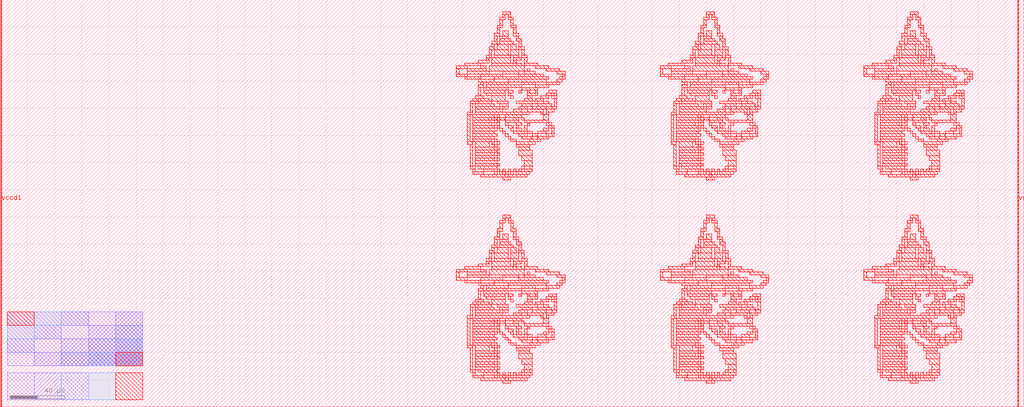
<source format=lef>
VERSION 5.7 ;
  NOWIREEXTENSIONATPIN ON ;
  DIVIDERCHAR "/" ;
  BUSBITCHARS "[]" ;
MACRO Art
  CLASS BLOCK ;
  FOREIGN Art ;
  ORIGIN -0.200 0.000 ;
  SIZE 753.320 BY 300.000 ;
  PIN vccd1
    DIRECTION INPUT ;
    USE POWER ;
    PORT
      LAYER met4 ;
        RECT 0.20000 0.00000 1.00000 300.00000 ;
    END
  END vccd1
  PIN vssd1
    DIRECTION INPUT ;
    USE GROUND ;
    PORT
      LAYER met4 ;
        RECT 749.00000 0.00000 749.80000 300.00000 ;
    END
  END vssd1
  OBS
      LAYER li1 ;
        RECT 5.000 30.000 105.000 70.000 ;
        RECT 5.000 5.000 25.000 25.000 ;
      LAYER met1 ;
        RECT 85.000 60.000 105.000 70.120 ;
        RECT 65.000 50.000 105.000 60.000 ;
        RECT 45.000 40.000 105.000 50.000 ;
        RECT 25.000 30.120 105.000 40.000 ;
        RECT 25.000 30.000 85.000 30.120 ;
        RECT 25.000 5.000 45.000 25.000 ;
      LAYER met2 ;
        RECT 45.000 60.000 65.000 70.000 ;
        RECT 25.000 50.000 45.000 60.000 ;
        RECT 85.000 50.000 105.000 60.000 ;
        RECT 5.000 40.000 25.000 50.000 ;
        RECT 65.000 40.000 105.000 50.000 ;
        RECT 45.000 30.000 105.000 40.000 ;
        RECT 45.000 5.000 65.000 25.000 ;
      LAYER met3 ;
        RECT 25.000 60.000 45.000 70.000 ;
        RECT 5.000 50.000 25.000 60.000 ;
        RECT 85.000 40.000 105.000 50.000 ;
        RECT 65.000 30.000 105.000 40.000 ;
        RECT 65.000 5.000 85.000 25.000 ;
      LAYER met4 ;
        RECT 0.200 0.000 1.000 300.000 ;
        RECT 369.830 289.290 375.830 291.290 ;
        RECT 369.830 287.290 371.830 289.290 ;
        RECT 367.830 285.290 371.830 287.290 ;
        RECT 373.830 287.290 375.830 289.290 ;
        RECT 519.830 289.290 525.830 291.290 ;
        RECT 519.830 287.290 521.830 289.290 ;
        RECT 373.830 285.290 377.830 287.290 ;
        RECT 367.830 281.290 369.830 285.290 ;
        RECT 365.830 279.290 369.830 281.290 ;
        RECT 375.830 281.290 377.830 285.290 ;
        RECT 517.830 285.290 521.830 287.290 ;
        RECT 523.830 287.290 525.830 289.290 ;
        RECT 669.830 289.290 675.830 291.290 ;
        RECT 669.830 287.290 671.830 289.290 ;
        RECT 523.830 285.290 527.830 287.290 ;
        RECT 517.830 281.290 519.830 285.290 ;
        RECT 375.830 279.290 379.830 281.290 ;
        RECT 365.830 275.290 367.830 279.290 ;
        RECT 363.830 273.290 367.830 275.290 ;
        RECT 369.830 273.290 373.830 277.290 ;
        RECT 377.830 275.290 379.830 279.290 ;
        RECT 515.830 279.290 519.830 281.290 ;
        RECT 525.830 281.290 527.830 285.290 ;
        RECT 667.830 285.290 671.830 287.290 ;
        RECT 673.830 287.290 675.830 289.290 ;
        RECT 673.830 285.290 677.830 287.290 ;
        RECT 667.830 281.290 669.830 285.290 ;
        RECT 525.830 279.290 529.830 281.290 ;
        RECT 515.830 275.290 517.830 279.290 ;
        RECT 377.830 273.290 381.830 275.290 ;
        RECT 363.830 269.290 365.830 273.290 ;
        RECT 361.830 267.290 365.830 269.290 ;
        RECT 367.830 271.290 373.830 273.290 ;
        RECT 379.830 271.290 381.830 273.290 ;
        RECT 513.830 273.290 517.830 275.290 ;
        RECT 519.830 273.290 523.830 277.290 ;
        RECT 527.830 275.290 529.830 279.290 ;
        RECT 665.830 279.290 669.830 281.290 ;
        RECT 675.830 281.290 677.830 285.290 ;
        RECT 675.830 279.290 679.830 281.290 ;
        RECT 665.830 275.290 667.830 279.290 ;
        RECT 527.830 273.290 531.830 275.290 ;
        RECT 367.830 269.290 375.830 271.290 ;
        RECT 379.830 269.290 383.830 271.290 ;
        RECT 513.830 269.290 515.830 273.290 ;
        RECT 367.830 267.290 377.830 269.290 ;
        RECT 361.830 265.290 363.830 267.290 ;
        RECT 359.830 263.290 363.830 265.290 ;
        RECT 365.830 263.290 373.830 267.290 ;
        RECT 359.830 259.290 361.830 263.290 ;
        RECT 357.830 257.290 361.830 259.290 ;
        RECT 363.830 259.290 373.830 263.290 ;
        RECT 375.830 263.290 379.830 267.290 ;
        RECT 381.830 265.290 383.830 269.290 ;
        RECT 511.830 267.290 515.830 269.290 ;
        RECT 517.830 271.290 523.830 273.290 ;
        RECT 529.830 271.290 531.830 273.290 ;
        RECT 663.830 273.290 667.830 275.290 ;
        RECT 669.830 273.290 673.830 277.290 ;
        RECT 677.830 275.290 679.830 279.290 ;
        RECT 677.830 273.290 681.830 275.290 ;
        RECT 517.830 269.290 525.830 271.290 ;
        RECT 529.830 269.290 533.830 271.290 ;
        RECT 663.830 269.290 665.830 273.290 ;
        RECT 517.830 267.290 527.830 269.290 ;
        RECT 511.830 265.290 513.830 267.290 ;
        RECT 381.830 263.290 385.830 265.290 ;
        RECT 375.830 259.290 381.830 263.290 ;
        RECT 363.830 257.290 375.830 259.290 ;
        RECT 357.830 255.290 359.830 257.290 ;
        RECT 351.830 253.290 359.830 255.290 ;
        RECT 361.830 253.290 375.830 257.290 ;
        RECT 377.830 257.290 381.830 259.290 ;
        RECT 383.830 259.290 385.830 263.290 ;
        RECT 509.830 263.290 513.830 265.290 ;
        RECT 515.830 263.290 523.830 267.290 ;
        RECT 509.830 259.290 511.830 263.290 ;
        RECT 383.830 257.290 387.830 259.290 ;
        RECT 377.830 255.290 383.830 257.290 ;
        RECT 377.830 253.290 379.830 255.290 ;
        RECT 385.830 253.290 387.830 257.290 ;
        RECT 507.830 257.290 511.830 259.290 ;
        RECT 513.830 259.290 523.830 263.290 ;
        RECT 525.830 263.290 529.830 267.290 ;
        RECT 531.830 265.290 533.830 269.290 ;
        RECT 661.830 267.290 665.830 269.290 ;
        RECT 667.830 271.290 673.830 273.290 ;
        RECT 679.830 271.290 681.830 273.290 ;
        RECT 667.830 269.290 675.830 271.290 ;
        RECT 679.830 269.290 683.830 271.290 ;
        RECT 667.830 267.290 677.830 269.290 ;
        RECT 661.830 265.290 663.830 267.290 ;
        RECT 531.830 263.290 535.830 265.290 ;
        RECT 525.830 259.290 531.830 263.290 ;
        RECT 513.830 257.290 525.830 259.290 ;
        RECT 507.830 255.290 509.830 257.290 ;
        RECT 501.830 253.290 509.830 255.290 ;
        RECT 511.830 253.290 525.830 257.290 ;
        RECT 527.830 257.290 531.830 259.290 ;
        RECT 533.830 259.290 535.830 263.290 ;
        RECT 659.830 263.290 663.830 265.290 ;
        RECT 665.830 263.290 673.830 267.290 ;
        RECT 659.830 259.290 661.830 263.290 ;
        RECT 533.830 257.290 537.830 259.290 ;
        RECT 527.830 255.290 533.830 257.290 ;
        RECT 527.830 253.290 529.830 255.290 ;
        RECT 535.830 253.290 537.830 257.290 ;
        RECT 657.830 257.290 661.830 259.290 ;
        RECT 663.830 259.290 673.830 263.290 ;
        RECT 675.830 263.290 679.830 267.290 ;
        RECT 681.830 265.290 683.830 269.290 ;
        RECT 681.830 263.290 685.830 265.290 ;
        RECT 675.830 259.290 681.830 263.290 ;
        RECT 663.830 257.290 675.830 259.290 ;
        RECT 657.830 255.290 659.830 257.290 ;
        RECT 651.830 253.290 659.830 255.290 ;
        RECT 661.830 253.290 675.830 257.290 ;
        RECT 677.830 257.290 681.830 259.290 ;
        RECT 683.830 259.290 685.830 263.290 ;
        RECT 683.830 257.290 687.830 259.290 ;
        RECT 677.830 255.290 683.830 257.290 ;
        RECT 677.830 253.290 679.830 255.290 ;
        RECT 685.830 253.290 687.830 257.290 ;
        RECT 341.830 251.290 353.830 253.290 ;
        RECT 361.830 251.290 377.830 253.290 ;
        RECT 379.830 251.290 383.830 253.290 ;
        RECT 385.830 251.290 395.830 253.290 ;
        RECT 491.830 251.290 503.830 253.290 ;
        RECT 511.830 251.290 527.830 253.290 ;
        RECT 529.830 251.290 533.830 253.290 ;
        RECT 535.830 251.290 545.830 253.290 ;
        RECT 641.830 251.290 653.830 253.290 ;
        RECT 661.830 251.290 677.830 253.290 ;
        RECT 679.830 251.290 683.830 253.290 ;
        RECT 685.830 251.290 695.830 253.290 ;
        RECT 335.830 249.290 343.830 251.290 ;
        RECT 353.830 249.290 357.830 251.290 ;
        RECT 335.830 245.290 337.830 249.290 ;
        RECT 343.830 247.290 357.830 249.290 ;
        RECT 359.830 247.290 385.830 251.290 ;
        RECT 393.830 249.290 403.830 251.290 ;
        RECT 485.830 249.290 493.830 251.290 ;
        RECT 503.830 249.290 507.830 251.290 ;
        RECT 387.830 247.290 389.830 249.290 ;
        RECT 401.830 247.290 411.830 249.290 ;
        RECT 343.830 245.290 359.830 247.290 ;
        RECT 369.830 245.290 381.830 247.290 ;
        RECT 385.830 245.290 393.830 247.290 ;
        RECT 409.830 245.290 415.830 247.290 ;
        RECT 335.830 243.290 343.830 245.290 ;
        RECT 353.830 243.290 369.830 245.290 ;
        RECT 381.830 243.290 399.830 245.290 ;
        RECT 413.830 243.290 415.830 245.290 ;
        RECT 485.830 245.290 487.830 249.290 ;
        RECT 493.830 247.290 507.830 249.290 ;
        RECT 509.830 247.290 535.830 251.290 ;
        RECT 543.830 249.290 553.830 251.290 ;
        RECT 635.830 249.290 643.830 251.290 ;
        RECT 653.830 249.290 657.830 251.290 ;
        RECT 537.830 247.290 539.830 249.290 ;
        RECT 551.830 247.290 561.830 249.290 ;
        RECT 493.830 245.290 509.830 247.290 ;
        RECT 519.830 245.290 531.830 247.290 ;
        RECT 535.830 245.290 543.830 247.290 ;
        RECT 559.830 245.290 565.830 247.290 ;
        RECT 485.830 243.290 493.830 245.290 ;
        RECT 503.830 243.290 519.830 245.290 ;
        RECT 531.830 243.290 549.830 245.290 ;
        RECT 563.830 243.290 565.830 245.290 ;
        RECT 635.830 245.290 637.830 249.290 ;
        RECT 643.830 247.290 657.830 249.290 ;
        RECT 659.830 247.290 685.830 251.290 ;
        RECT 693.830 249.290 703.830 251.290 ;
        RECT 687.830 247.290 689.830 249.290 ;
        RECT 701.830 247.290 711.830 249.290 ;
        RECT 643.830 245.290 659.830 247.290 ;
        RECT 669.830 245.290 681.830 247.290 ;
        RECT 685.830 245.290 693.830 247.290 ;
        RECT 709.830 245.290 715.830 247.290 ;
        RECT 635.830 243.290 643.830 245.290 ;
        RECT 653.830 243.290 669.830 245.290 ;
        RECT 681.830 243.290 699.830 245.290 ;
        RECT 713.830 243.290 715.830 245.290 ;
        RECT 341.830 241.290 353.830 243.290 ;
        RECT 363.830 241.290 403.830 243.290 ;
        RECT 411.830 241.290 415.830 243.290 ;
        RECT 491.830 241.290 503.830 243.290 ;
        RECT 513.830 241.290 553.830 243.290 ;
        RECT 561.830 241.290 565.830 243.290 ;
        RECT 641.830 241.290 653.830 243.290 ;
        RECT 663.830 241.290 703.830 243.290 ;
        RECT 711.830 241.290 715.830 243.290 ;
        RECT 351.830 239.290 363.830 241.290 ;
        RECT 373.830 239.290 401.830 241.290 ;
        RECT 409.830 239.290 413.830 241.290 ;
        RECT 501.830 239.290 513.830 241.290 ;
        RECT 523.830 239.290 551.830 241.290 ;
        RECT 559.830 239.290 563.830 241.290 ;
        RECT 651.830 239.290 663.830 241.290 ;
        RECT 673.830 239.290 701.830 241.290 ;
        RECT 709.830 239.290 713.830 241.290 ;
        RECT 353.830 237.290 355.830 239.290 ;
        RECT 351.830 235.290 355.830 237.290 ;
        RECT 357.830 237.290 373.830 239.290 ;
        RECT 383.830 237.290 393.830 239.290 ;
        RECT 401.830 237.290 411.830 239.290 ;
        RECT 503.830 237.290 505.830 239.290 ;
        RECT 357.830 235.290 383.830 237.290 ;
        RECT 393.830 235.290 403.830 237.290 ;
        RECT 501.830 235.290 505.830 237.290 ;
        RECT 507.830 237.290 523.830 239.290 ;
        RECT 533.830 237.290 543.830 239.290 ;
        RECT 551.830 237.290 561.830 239.290 ;
        RECT 653.830 237.290 655.830 239.290 ;
        RECT 507.830 235.290 533.830 237.290 ;
        RECT 543.830 235.290 553.830 237.290 ;
        RECT 651.830 235.290 655.830 237.290 ;
        RECT 657.830 237.290 673.830 239.290 ;
        RECT 683.830 237.290 693.830 239.290 ;
        RECT 701.830 237.290 711.830 239.290 ;
        RECT 657.830 235.290 683.830 237.290 ;
        RECT 693.830 235.290 703.830 237.290 ;
        RECT 351.830 229.290 353.830 235.290 ;
        RECT 355.830 233.290 373.830 235.290 ;
        RECT 383.830 233.290 395.830 235.290 ;
        RECT 355.830 231.290 371.830 233.290 ;
        RECT 357.830 229.290 371.830 231.290 ;
        RECT 373.830 231.290 377.830 233.290 ;
        RECT 381.830 231.290 383.830 233.290 ;
        RECT 387.830 231.290 389.830 233.290 ;
        RECT 393.830 231.290 395.830 233.290 ;
        RECT 403.830 231.290 409.830 233.290 ;
        RECT 373.830 229.290 375.830 231.290 ;
        RECT 387.830 229.290 395.830 231.290 ;
        RECT 401.830 229.290 405.830 231.290 ;
        RECT 407.830 229.290 409.830 231.290 ;
        RECT 501.830 229.290 503.830 235.290 ;
        RECT 505.830 233.290 523.830 235.290 ;
        RECT 533.830 233.290 545.830 235.290 ;
        RECT 505.830 231.290 521.830 233.290 ;
        RECT 507.830 229.290 521.830 231.290 ;
        RECT 523.830 231.290 527.830 233.290 ;
        RECT 531.830 231.290 533.830 233.290 ;
        RECT 537.830 231.290 539.830 233.290 ;
        RECT 543.830 231.290 545.830 233.290 ;
        RECT 553.830 231.290 559.830 233.290 ;
        RECT 523.830 229.290 525.830 231.290 ;
        RECT 537.830 229.290 545.830 231.290 ;
        RECT 551.830 229.290 555.830 231.290 ;
        RECT 557.830 229.290 559.830 231.290 ;
        RECT 651.830 229.290 653.830 235.290 ;
        RECT 655.830 233.290 673.830 235.290 ;
        RECT 683.830 233.290 695.830 235.290 ;
        RECT 655.830 231.290 671.830 233.290 ;
        RECT 657.830 229.290 671.830 231.290 ;
        RECT 673.830 231.290 677.830 233.290 ;
        RECT 681.830 231.290 683.830 233.290 ;
        RECT 687.830 231.290 689.830 233.290 ;
        RECT 693.830 231.290 695.830 233.290 ;
        RECT 703.830 231.290 709.830 233.290 ;
        RECT 673.830 229.290 675.830 231.290 ;
        RECT 687.830 229.290 695.830 231.290 ;
        RECT 701.830 229.290 705.830 231.290 ;
        RECT 707.830 229.290 709.830 231.290 ;
        RECT 349.830 227.290 355.830 229.290 ;
        RECT 347.830 225.290 351.830 227.290 ;
        RECT 353.830 225.290 359.830 227.290 ;
        RECT 361.830 225.290 371.830 229.290 ;
        RECT 375.830 227.290 377.830 229.290 ;
        RECT 387.830 227.290 391.830 229.290 ;
        RECT 397.830 227.290 403.830 229.290 ;
        RECT 405.830 227.290 409.830 229.290 ;
        RECT 499.830 227.290 505.830 229.290 ;
        RECT 385.830 225.290 391.830 227.290 ;
        RECT 393.830 225.290 399.830 227.290 ;
        RECT 345.830 223.290 349.830 225.290 ;
        RECT 351.830 223.290 361.830 225.290 ;
        RECT 365.830 223.290 373.830 225.290 ;
        RECT 379.830 223.290 395.830 225.290 ;
        RECT 399.830 223.290 403.830 225.290 ;
        RECT 345.830 217.290 347.830 223.290 ;
        RECT 343.830 215.290 347.830 217.290 ;
        RECT 349.830 221.290 363.830 223.290 ;
        RECT 367.830 221.290 373.830 223.290 ;
        RECT 383.830 221.290 391.830 223.290 ;
        RECT 395.830 221.290 405.830 223.290 ;
        RECT 407.830 221.290 409.830 227.290 ;
        RECT 497.830 225.290 501.830 227.290 ;
        RECT 503.830 225.290 509.830 227.290 ;
        RECT 511.830 225.290 521.830 229.290 ;
        RECT 525.830 227.290 527.830 229.290 ;
        RECT 537.830 227.290 541.830 229.290 ;
        RECT 547.830 227.290 553.830 229.290 ;
        RECT 555.830 227.290 559.830 229.290 ;
        RECT 649.830 227.290 655.830 229.290 ;
        RECT 535.830 225.290 541.830 227.290 ;
        RECT 543.830 225.290 549.830 227.290 ;
        RECT 349.830 219.290 367.830 221.290 ;
        RECT 369.830 219.290 373.830 221.290 ;
        RECT 381.830 219.290 387.830 221.290 ;
        RECT 391.830 219.290 401.830 221.290 ;
        RECT 405.830 219.290 409.830 221.290 ;
        RECT 495.830 223.290 499.830 225.290 ;
        RECT 501.830 223.290 511.830 225.290 ;
        RECT 515.830 223.290 523.830 225.290 ;
        RECT 529.830 223.290 545.830 225.290 ;
        RECT 549.830 223.290 553.830 225.290 ;
        RECT 349.830 217.290 369.830 219.290 ;
        RECT 377.830 217.290 383.830 219.290 ;
        RECT 387.830 217.290 399.830 219.290 ;
        RECT 349.830 215.290 389.830 217.290 ;
        RECT 397.830 215.290 399.830 217.290 ;
        RECT 401.830 217.290 407.830 219.290 ;
        RECT 495.830 217.290 497.830 223.290 ;
        RECT 401.830 215.290 403.830 217.290 ;
        RECT 343.830 195.290 345.830 215.290 ;
        RECT 347.830 213.290 363.830 215.290 ;
        RECT 365.830 213.290 367.830 215.290 ;
        RECT 371.830 213.290 383.830 215.290 ;
        RECT 347.830 211.290 361.830 213.290 ;
        RECT 363.830 211.290 365.830 213.290 ;
        RECT 367.830 211.290 371.830 213.290 ;
        RECT 377.830 211.290 381.830 213.290 ;
        RECT 383.830 211.290 385.830 213.290 ;
        RECT 399.830 211.290 403.830 215.290 ;
        RECT 347.830 209.290 363.830 211.290 ;
        RECT 365.830 209.290 367.830 211.290 ;
        RECT 347.830 207.290 361.830 209.290 ;
        RECT 363.830 207.290 367.830 209.290 ;
        RECT 371.830 209.290 381.830 211.290 ;
        RECT 385.830 209.290 403.830 211.290 ;
        RECT 493.830 215.290 497.830 217.290 ;
        RECT 499.830 221.290 513.830 223.290 ;
        RECT 517.830 221.290 523.830 223.290 ;
        RECT 533.830 221.290 541.830 223.290 ;
        RECT 545.830 221.290 555.830 223.290 ;
        RECT 557.830 221.290 559.830 227.290 ;
        RECT 647.830 225.290 651.830 227.290 ;
        RECT 653.830 225.290 659.830 227.290 ;
        RECT 661.830 225.290 671.830 229.290 ;
        RECT 675.830 227.290 677.830 229.290 ;
        RECT 687.830 227.290 691.830 229.290 ;
        RECT 697.830 227.290 703.830 229.290 ;
        RECT 705.830 227.290 709.830 229.290 ;
        RECT 685.830 225.290 691.830 227.290 ;
        RECT 693.830 225.290 699.830 227.290 ;
        RECT 499.830 219.290 517.830 221.290 ;
        RECT 519.830 219.290 523.830 221.290 ;
        RECT 531.830 219.290 537.830 221.290 ;
        RECT 541.830 219.290 551.830 221.290 ;
        RECT 555.830 219.290 559.830 221.290 ;
        RECT 645.830 223.290 649.830 225.290 ;
        RECT 651.830 223.290 661.830 225.290 ;
        RECT 665.830 223.290 673.830 225.290 ;
        RECT 679.830 223.290 695.830 225.290 ;
        RECT 699.830 223.290 703.830 225.290 ;
        RECT 499.830 217.290 519.830 219.290 ;
        RECT 527.830 217.290 533.830 219.290 ;
        RECT 537.830 217.290 549.830 219.290 ;
        RECT 499.830 215.290 539.830 217.290 ;
        RECT 547.830 215.290 549.830 217.290 ;
        RECT 551.830 217.290 557.830 219.290 ;
        RECT 645.830 217.290 647.830 223.290 ;
        RECT 551.830 215.290 553.830 217.290 ;
        RECT 371.830 207.290 373.830 209.290 ;
        RECT 379.830 207.290 383.830 209.290 ;
        RECT 387.830 207.290 389.830 209.290 ;
        RECT 401.830 207.290 405.830 209.290 ;
        RECT 347.830 205.290 363.830 207.290 ;
        RECT 365.830 205.290 367.830 207.290 ;
        RECT 373.830 205.290 377.830 207.290 ;
        RECT 347.830 203.290 365.830 205.290 ;
        RECT 367.830 203.290 369.830 205.290 ;
        RECT 375.830 203.290 377.830 205.290 ;
        RECT 379.830 205.290 381.830 207.290 ;
        RECT 379.830 203.290 383.830 205.290 ;
        RECT 385.830 203.290 387.830 207.290 ;
        RECT 403.830 205.290 407.830 207.290 ;
        RECT 399.830 203.290 403.830 205.290 ;
        RECT 347.830 201.290 363.830 203.290 ;
        RECT 369.830 201.290 371.830 203.290 ;
        RECT 377.830 201.290 385.830 203.290 ;
        RECT 387.830 201.290 391.830 203.290 ;
        RECT 395.830 201.290 401.830 203.290 ;
        RECT 405.830 201.290 407.830 205.290 ;
        RECT 347.830 199.290 365.830 201.290 ;
        RECT 371.830 199.290 373.830 201.290 ;
        RECT 381.830 199.290 387.830 201.290 ;
        RECT 391.830 199.290 395.830 201.290 ;
        RECT 401.830 199.290 407.830 201.290 ;
        RECT 347.830 197.290 363.830 199.290 ;
        RECT 373.830 197.290 375.830 199.290 ;
        RECT 383.830 197.290 391.830 199.290 ;
        RECT 395.830 197.290 403.830 199.290 ;
        RECT 347.830 195.290 361.830 197.290 ;
        RECT 363.830 195.290 365.830 197.290 ;
        RECT 375.830 195.290 379.830 197.290 ;
        RECT 389.830 195.290 397.830 197.290 ;
        RECT 493.830 195.290 495.830 215.290 ;
        RECT 497.830 213.290 513.830 215.290 ;
        RECT 515.830 213.290 517.830 215.290 ;
        RECT 521.830 213.290 533.830 215.290 ;
        RECT 497.830 211.290 511.830 213.290 ;
        RECT 513.830 211.290 515.830 213.290 ;
        RECT 517.830 211.290 521.830 213.290 ;
        RECT 527.830 211.290 531.830 213.290 ;
        RECT 533.830 211.290 535.830 213.290 ;
        RECT 549.830 211.290 553.830 215.290 ;
        RECT 497.830 209.290 513.830 211.290 ;
        RECT 515.830 209.290 517.830 211.290 ;
        RECT 497.830 207.290 511.830 209.290 ;
        RECT 513.830 207.290 517.830 209.290 ;
        RECT 521.830 209.290 531.830 211.290 ;
        RECT 535.830 209.290 553.830 211.290 ;
        RECT 643.830 215.290 647.830 217.290 ;
        RECT 649.830 221.290 663.830 223.290 ;
        RECT 667.830 221.290 673.830 223.290 ;
        RECT 683.830 221.290 691.830 223.290 ;
        RECT 695.830 221.290 705.830 223.290 ;
        RECT 707.830 221.290 709.830 227.290 ;
        RECT 649.830 219.290 667.830 221.290 ;
        RECT 669.830 219.290 673.830 221.290 ;
        RECT 681.830 219.290 687.830 221.290 ;
        RECT 691.830 219.290 701.830 221.290 ;
        RECT 705.830 219.290 709.830 221.290 ;
        RECT 649.830 217.290 669.830 219.290 ;
        RECT 677.830 217.290 683.830 219.290 ;
        RECT 687.830 217.290 699.830 219.290 ;
        RECT 649.830 215.290 689.830 217.290 ;
        RECT 697.830 215.290 699.830 217.290 ;
        RECT 701.830 217.290 707.830 219.290 ;
        RECT 701.830 215.290 703.830 217.290 ;
        RECT 521.830 207.290 523.830 209.290 ;
        RECT 529.830 207.290 533.830 209.290 ;
        RECT 537.830 207.290 539.830 209.290 ;
        RECT 551.830 207.290 555.830 209.290 ;
        RECT 497.830 205.290 513.830 207.290 ;
        RECT 515.830 205.290 517.830 207.290 ;
        RECT 523.830 205.290 527.830 207.290 ;
        RECT 497.830 203.290 515.830 205.290 ;
        RECT 517.830 203.290 519.830 205.290 ;
        RECT 525.830 203.290 527.830 205.290 ;
        RECT 529.830 205.290 531.830 207.290 ;
        RECT 529.830 203.290 533.830 205.290 ;
        RECT 535.830 203.290 537.830 207.290 ;
        RECT 553.830 205.290 557.830 207.290 ;
        RECT 549.830 203.290 553.830 205.290 ;
        RECT 497.830 201.290 513.830 203.290 ;
        RECT 519.830 201.290 521.830 203.290 ;
        RECT 527.830 201.290 535.830 203.290 ;
        RECT 537.830 201.290 541.830 203.290 ;
        RECT 545.830 201.290 551.830 203.290 ;
        RECT 555.830 201.290 557.830 205.290 ;
        RECT 497.830 199.290 515.830 201.290 ;
        RECT 521.830 199.290 523.830 201.290 ;
        RECT 531.830 199.290 537.830 201.290 ;
        RECT 541.830 199.290 545.830 201.290 ;
        RECT 551.830 199.290 557.830 201.290 ;
        RECT 497.830 197.290 513.830 199.290 ;
        RECT 523.830 197.290 525.830 199.290 ;
        RECT 533.830 197.290 541.830 199.290 ;
        RECT 545.830 197.290 553.830 199.290 ;
        RECT 497.830 195.290 511.830 197.290 ;
        RECT 513.830 195.290 515.830 197.290 ;
        RECT 525.830 195.290 529.830 197.290 ;
        RECT 539.830 195.290 547.830 197.290 ;
        RECT 643.830 195.290 645.830 215.290 ;
        RECT 647.830 213.290 663.830 215.290 ;
        RECT 665.830 213.290 667.830 215.290 ;
        RECT 671.830 213.290 683.830 215.290 ;
        RECT 647.830 211.290 661.830 213.290 ;
        RECT 663.830 211.290 665.830 213.290 ;
        RECT 667.830 211.290 671.830 213.290 ;
        RECT 677.830 211.290 681.830 213.290 ;
        RECT 683.830 211.290 685.830 213.290 ;
        RECT 699.830 211.290 703.830 215.290 ;
        RECT 647.830 209.290 663.830 211.290 ;
        RECT 665.830 209.290 667.830 211.290 ;
        RECT 647.830 207.290 661.830 209.290 ;
        RECT 663.830 207.290 667.830 209.290 ;
        RECT 671.830 209.290 681.830 211.290 ;
        RECT 685.830 209.290 703.830 211.290 ;
        RECT 671.830 207.290 673.830 209.290 ;
        RECT 679.830 207.290 683.830 209.290 ;
        RECT 687.830 207.290 689.830 209.290 ;
        RECT 701.830 207.290 705.830 209.290 ;
        RECT 647.830 205.290 663.830 207.290 ;
        RECT 665.830 205.290 667.830 207.290 ;
        RECT 673.830 205.290 677.830 207.290 ;
        RECT 647.830 203.290 665.830 205.290 ;
        RECT 667.830 203.290 669.830 205.290 ;
        RECT 675.830 203.290 677.830 205.290 ;
        RECT 679.830 205.290 681.830 207.290 ;
        RECT 679.830 203.290 683.830 205.290 ;
        RECT 685.830 203.290 687.830 207.290 ;
        RECT 703.830 205.290 707.830 207.290 ;
        RECT 699.830 203.290 703.830 205.290 ;
        RECT 647.830 201.290 663.830 203.290 ;
        RECT 669.830 201.290 671.830 203.290 ;
        RECT 677.830 201.290 685.830 203.290 ;
        RECT 687.830 201.290 691.830 203.290 ;
        RECT 695.830 201.290 701.830 203.290 ;
        RECT 705.830 201.290 707.830 205.290 ;
        RECT 647.830 199.290 665.830 201.290 ;
        RECT 671.830 199.290 673.830 201.290 ;
        RECT 681.830 199.290 687.830 201.290 ;
        RECT 691.830 199.290 695.830 201.290 ;
        RECT 701.830 199.290 707.830 201.290 ;
        RECT 647.830 197.290 663.830 199.290 ;
        RECT 673.830 197.290 675.830 199.290 ;
        RECT 683.830 197.290 691.830 199.290 ;
        RECT 695.830 197.290 703.830 199.290 ;
        RECT 647.830 195.290 661.830 197.290 ;
        RECT 663.830 195.290 665.830 197.290 ;
        RECT 675.830 195.290 679.830 197.290 ;
        RECT 689.830 195.290 697.830 197.290 ;
        RECT 343.830 193.290 347.830 195.290 ;
        RECT 345.830 177.290 347.830 193.290 ;
        RECT 349.830 191.290 359.830 195.290 ;
        RECT 361.830 193.290 363.830 195.290 ;
        RECT 365.830 193.290 367.830 195.290 ;
        RECT 379.830 193.290 393.830 195.290 ;
        RECT 493.830 193.290 497.830 195.290 ;
        RECT 363.830 191.290 365.830 193.290 ;
        RECT 379.830 191.290 389.830 193.290 ;
        RECT 349.830 189.290 363.830 191.290 ;
        RECT 365.830 189.290 367.830 191.290 ;
        RECT 381.830 189.290 389.830 191.290 ;
        RECT 349.830 187.290 361.830 189.290 ;
        RECT 363.830 187.290 365.830 189.290 ;
        RECT 349.830 185.290 363.830 187.290 ;
        RECT 365.830 185.290 367.830 187.290 ;
        RECT 381.830 185.290 391.830 189.290 ;
        RECT 349.830 183.290 365.830 185.290 ;
        RECT 349.830 181.290 363.830 183.290 ;
        RECT 365.830 181.290 367.830 183.290 ;
        RECT 383.830 181.290 391.830 185.290 ;
        RECT 349.830 179.290 365.830 181.290 ;
        RECT 349.830 177.290 363.830 179.290 ;
        RECT 365.830 177.290 367.830 179.290 ;
        RECT 385.830 177.290 391.830 181.290 ;
        RECT 345.830 175.290 349.830 177.290 ;
        RECT 351.830 175.290 365.830 177.290 ;
        RECT 383.830 175.290 385.830 177.290 ;
        RECT 389.830 175.290 391.830 177.290 ;
        RECT 495.830 177.290 497.830 193.290 ;
        RECT 499.830 191.290 509.830 195.290 ;
        RECT 511.830 193.290 513.830 195.290 ;
        RECT 515.830 193.290 517.830 195.290 ;
        RECT 529.830 193.290 543.830 195.290 ;
        RECT 643.830 193.290 647.830 195.290 ;
        RECT 513.830 191.290 515.830 193.290 ;
        RECT 529.830 191.290 539.830 193.290 ;
        RECT 499.830 189.290 513.830 191.290 ;
        RECT 515.830 189.290 517.830 191.290 ;
        RECT 531.830 189.290 539.830 191.290 ;
        RECT 499.830 187.290 511.830 189.290 ;
        RECT 513.830 187.290 515.830 189.290 ;
        RECT 499.830 185.290 513.830 187.290 ;
        RECT 515.830 185.290 517.830 187.290 ;
        RECT 531.830 185.290 541.830 189.290 ;
        RECT 499.830 183.290 515.830 185.290 ;
        RECT 499.830 181.290 513.830 183.290 ;
        RECT 515.830 181.290 517.830 183.290 ;
        RECT 533.830 181.290 541.830 185.290 ;
        RECT 499.830 179.290 515.830 181.290 ;
        RECT 499.830 177.290 513.830 179.290 ;
        RECT 515.830 177.290 517.830 179.290 ;
        RECT 535.830 177.290 541.830 181.290 ;
        RECT 495.830 175.290 499.830 177.290 ;
        RECT 501.830 175.290 515.830 177.290 ;
        RECT 533.830 175.290 535.830 177.290 ;
        RECT 539.830 175.290 541.830 177.290 ;
        RECT 645.830 177.290 647.830 193.290 ;
        RECT 649.830 191.290 659.830 195.290 ;
        RECT 661.830 193.290 663.830 195.290 ;
        RECT 665.830 193.290 667.830 195.290 ;
        RECT 679.830 193.290 693.830 195.290 ;
        RECT 663.830 191.290 665.830 193.290 ;
        RECT 679.830 191.290 689.830 193.290 ;
        RECT 649.830 189.290 663.830 191.290 ;
        RECT 665.830 189.290 667.830 191.290 ;
        RECT 681.830 189.290 689.830 191.290 ;
        RECT 649.830 187.290 661.830 189.290 ;
        RECT 663.830 187.290 665.830 189.290 ;
        RECT 649.830 185.290 663.830 187.290 ;
        RECT 665.830 185.290 667.830 187.290 ;
        RECT 681.830 185.290 691.830 189.290 ;
        RECT 649.830 183.290 665.830 185.290 ;
        RECT 649.830 181.290 663.830 183.290 ;
        RECT 665.830 181.290 667.830 183.290 ;
        RECT 683.830 181.290 691.830 185.290 ;
        RECT 649.830 179.290 665.830 181.290 ;
        RECT 649.830 177.290 663.830 179.290 ;
        RECT 665.830 177.290 667.830 179.290 ;
        RECT 685.830 177.290 691.830 181.290 ;
        RECT 645.830 175.290 649.830 177.290 ;
        RECT 651.830 175.290 665.830 177.290 ;
        RECT 683.830 175.290 685.830 177.290 ;
        RECT 689.830 175.290 691.830 177.290 ;
        RECT 347.830 173.290 349.830 175.290 ;
        RECT 355.830 173.290 363.830 175.290 ;
        RECT 365.830 173.290 367.830 175.290 ;
        RECT 369.830 173.290 371.830 175.290 ;
        RECT 373.830 173.290 375.830 175.290 ;
        RECT 377.830 173.290 379.830 175.290 ;
        RECT 381.830 173.290 383.830 175.290 ;
        RECT 385.830 173.290 391.830 175.290 ;
        RECT 497.830 173.290 499.830 175.290 ;
        RECT 505.830 173.290 513.830 175.290 ;
        RECT 515.830 173.290 517.830 175.290 ;
        RECT 519.830 173.290 521.830 175.290 ;
        RECT 523.830 173.290 525.830 175.290 ;
        RECT 527.830 173.290 529.830 175.290 ;
        RECT 531.830 173.290 533.830 175.290 ;
        RECT 535.830 173.290 541.830 175.290 ;
        RECT 647.830 173.290 649.830 175.290 ;
        RECT 655.830 173.290 663.830 175.290 ;
        RECT 665.830 173.290 667.830 175.290 ;
        RECT 669.830 173.290 671.830 175.290 ;
        RECT 673.830 173.290 675.830 175.290 ;
        RECT 677.830 173.290 679.830 175.290 ;
        RECT 681.830 173.290 683.830 175.290 ;
        RECT 685.830 173.290 691.830 175.290 ;
        RECT 347.830 171.290 355.830 173.290 ;
        RECT 363.830 171.290 365.830 173.290 ;
        RECT 367.830 171.290 369.830 173.290 ;
        RECT 371.830 171.290 373.830 173.290 ;
        RECT 375.830 171.290 377.830 173.290 ;
        RECT 379.830 171.290 389.830 173.290 ;
        RECT 497.830 171.290 505.830 173.290 ;
        RECT 513.830 171.290 515.830 173.290 ;
        RECT 517.830 171.290 519.830 173.290 ;
        RECT 521.830 171.290 523.830 173.290 ;
        RECT 525.830 171.290 527.830 173.290 ;
        RECT 529.830 171.290 539.830 173.290 ;
        RECT 647.830 171.290 655.830 173.290 ;
        RECT 663.830 171.290 665.830 173.290 ;
        RECT 667.830 171.290 669.830 173.290 ;
        RECT 671.830 171.290 673.830 173.290 ;
        RECT 675.830 171.290 677.830 173.290 ;
        RECT 679.830 171.290 689.830 173.290 ;
        RECT 353.830 169.290 371.830 171.290 ;
        RECT 373.830 169.290 387.830 171.290 ;
        RECT 503.830 169.290 521.830 171.290 ;
        RECT 523.830 169.290 537.830 171.290 ;
        RECT 653.830 169.290 671.830 171.290 ;
        RECT 673.830 169.290 687.830 171.290 ;
        RECT 369.830 167.290 375.830 169.290 ;
        RECT 519.830 167.290 525.830 169.290 ;
        RECT 669.830 167.290 675.830 169.290 ;
        RECT 369.830 139.290 375.830 141.290 ;
        RECT 369.830 137.290 371.830 139.290 ;
        RECT 367.830 135.290 371.830 137.290 ;
        RECT 373.830 137.290 375.830 139.290 ;
        RECT 519.830 139.290 525.830 141.290 ;
        RECT 519.830 137.290 521.830 139.290 ;
        RECT 373.830 135.290 377.830 137.290 ;
        RECT 367.830 131.290 369.830 135.290 ;
        RECT 365.830 129.290 369.830 131.290 ;
        RECT 375.830 131.290 377.830 135.290 ;
        RECT 517.830 135.290 521.830 137.290 ;
        RECT 523.830 137.290 525.830 139.290 ;
        RECT 669.830 139.290 675.830 141.290 ;
        RECT 669.830 137.290 671.830 139.290 ;
        RECT 523.830 135.290 527.830 137.290 ;
        RECT 517.830 131.290 519.830 135.290 ;
        RECT 375.830 129.290 379.830 131.290 ;
        RECT 365.830 125.290 367.830 129.290 ;
        RECT 363.830 123.290 367.830 125.290 ;
        RECT 369.830 123.290 373.830 127.290 ;
        RECT 377.830 125.290 379.830 129.290 ;
        RECT 515.830 129.290 519.830 131.290 ;
        RECT 525.830 131.290 527.830 135.290 ;
        RECT 667.830 135.290 671.830 137.290 ;
        RECT 673.830 137.290 675.830 139.290 ;
        RECT 673.830 135.290 677.830 137.290 ;
        RECT 667.830 131.290 669.830 135.290 ;
        RECT 525.830 129.290 529.830 131.290 ;
        RECT 515.830 125.290 517.830 129.290 ;
        RECT 377.830 123.290 381.830 125.290 ;
        RECT 363.830 119.290 365.830 123.290 ;
        RECT 361.830 117.290 365.830 119.290 ;
        RECT 367.830 121.290 373.830 123.290 ;
        RECT 379.830 121.290 381.830 123.290 ;
        RECT 513.830 123.290 517.830 125.290 ;
        RECT 519.830 123.290 523.830 127.290 ;
        RECT 527.830 125.290 529.830 129.290 ;
        RECT 665.830 129.290 669.830 131.290 ;
        RECT 675.830 131.290 677.830 135.290 ;
        RECT 675.830 129.290 679.830 131.290 ;
        RECT 665.830 125.290 667.830 129.290 ;
        RECT 527.830 123.290 531.830 125.290 ;
        RECT 367.830 119.290 375.830 121.290 ;
        RECT 379.830 119.290 383.830 121.290 ;
        RECT 513.830 119.290 515.830 123.290 ;
        RECT 367.830 117.290 377.830 119.290 ;
        RECT 361.830 115.290 363.830 117.290 ;
        RECT 359.830 113.290 363.830 115.290 ;
        RECT 365.830 113.290 373.830 117.290 ;
        RECT 359.830 109.290 361.830 113.290 ;
        RECT 357.830 107.290 361.830 109.290 ;
        RECT 363.830 109.290 373.830 113.290 ;
        RECT 375.830 113.290 379.830 117.290 ;
        RECT 381.830 115.290 383.830 119.290 ;
        RECT 511.830 117.290 515.830 119.290 ;
        RECT 517.830 121.290 523.830 123.290 ;
        RECT 529.830 121.290 531.830 123.290 ;
        RECT 663.830 123.290 667.830 125.290 ;
        RECT 669.830 123.290 673.830 127.290 ;
        RECT 677.830 125.290 679.830 129.290 ;
        RECT 677.830 123.290 681.830 125.290 ;
        RECT 517.830 119.290 525.830 121.290 ;
        RECT 529.830 119.290 533.830 121.290 ;
        RECT 663.830 119.290 665.830 123.290 ;
        RECT 517.830 117.290 527.830 119.290 ;
        RECT 511.830 115.290 513.830 117.290 ;
        RECT 381.830 113.290 385.830 115.290 ;
        RECT 375.830 109.290 381.830 113.290 ;
        RECT 363.830 107.290 375.830 109.290 ;
        RECT 357.830 105.290 359.830 107.290 ;
        RECT 351.830 103.290 359.830 105.290 ;
        RECT 361.830 103.290 375.830 107.290 ;
        RECT 377.830 107.290 381.830 109.290 ;
        RECT 383.830 109.290 385.830 113.290 ;
        RECT 509.830 113.290 513.830 115.290 ;
        RECT 515.830 113.290 523.830 117.290 ;
        RECT 509.830 109.290 511.830 113.290 ;
        RECT 383.830 107.290 387.830 109.290 ;
        RECT 377.830 105.290 383.830 107.290 ;
        RECT 377.830 103.290 379.830 105.290 ;
        RECT 385.830 103.290 387.830 107.290 ;
        RECT 507.830 107.290 511.830 109.290 ;
        RECT 513.830 109.290 523.830 113.290 ;
        RECT 525.830 113.290 529.830 117.290 ;
        RECT 531.830 115.290 533.830 119.290 ;
        RECT 661.830 117.290 665.830 119.290 ;
        RECT 667.830 121.290 673.830 123.290 ;
        RECT 679.830 121.290 681.830 123.290 ;
        RECT 667.830 119.290 675.830 121.290 ;
        RECT 679.830 119.290 683.830 121.290 ;
        RECT 667.830 117.290 677.830 119.290 ;
        RECT 661.830 115.290 663.830 117.290 ;
        RECT 531.830 113.290 535.830 115.290 ;
        RECT 525.830 109.290 531.830 113.290 ;
        RECT 513.830 107.290 525.830 109.290 ;
        RECT 507.830 105.290 509.830 107.290 ;
        RECT 501.830 103.290 509.830 105.290 ;
        RECT 511.830 103.290 525.830 107.290 ;
        RECT 527.830 107.290 531.830 109.290 ;
        RECT 533.830 109.290 535.830 113.290 ;
        RECT 659.830 113.290 663.830 115.290 ;
        RECT 665.830 113.290 673.830 117.290 ;
        RECT 659.830 109.290 661.830 113.290 ;
        RECT 533.830 107.290 537.830 109.290 ;
        RECT 527.830 105.290 533.830 107.290 ;
        RECT 527.830 103.290 529.830 105.290 ;
        RECT 535.830 103.290 537.830 107.290 ;
        RECT 657.830 107.290 661.830 109.290 ;
        RECT 663.830 109.290 673.830 113.290 ;
        RECT 675.830 113.290 679.830 117.290 ;
        RECT 681.830 115.290 683.830 119.290 ;
        RECT 681.830 113.290 685.830 115.290 ;
        RECT 675.830 109.290 681.830 113.290 ;
        RECT 663.830 107.290 675.830 109.290 ;
        RECT 657.830 105.290 659.830 107.290 ;
        RECT 651.830 103.290 659.830 105.290 ;
        RECT 661.830 103.290 675.830 107.290 ;
        RECT 677.830 107.290 681.830 109.290 ;
        RECT 683.830 109.290 685.830 113.290 ;
        RECT 683.830 107.290 687.830 109.290 ;
        RECT 677.830 105.290 683.830 107.290 ;
        RECT 677.830 103.290 679.830 105.290 ;
        RECT 685.830 103.290 687.830 107.290 ;
        RECT 341.830 101.290 353.830 103.290 ;
        RECT 361.830 101.290 377.830 103.290 ;
        RECT 379.830 101.290 383.830 103.290 ;
        RECT 385.830 101.290 395.830 103.290 ;
        RECT 491.830 101.290 503.830 103.290 ;
        RECT 511.830 101.290 527.830 103.290 ;
        RECT 529.830 101.290 533.830 103.290 ;
        RECT 535.830 101.290 545.830 103.290 ;
        RECT 641.830 101.290 653.830 103.290 ;
        RECT 661.830 101.290 677.830 103.290 ;
        RECT 679.830 101.290 683.830 103.290 ;
        RECT 685.830 101.290 695.830 103.290 ;
        RECT 335.830 99.290 343.830 101.290 ;
        RECT 353.830 99.290 357.830 101.290 ;
        RECT 335.830 95.290 337.830 99.290 ;
        RECT 343.830 97.290 357.830 99.290 ;
        RECT 359.830 97.290 385.830 101.290 ;
        RECT 393.830 99.290 403.830 101.290 ;
        RECT 485.830 99.290 493.830 101.290 ;
        RECT 503.830 99.290 507.830 101.290 ;
        RECT 387.830 97.290 389.830 99.290 ;
        RECT 401.830 97.290 411.830 99.290 ;
        RECT 343.830 95.290 359.830 97.290 ;
        RECT 369.830 95.290 381.830 97.290 ;
        RECT 385.830 95.290 393.830 97.290 ;
        RECT 409.830 95.290 415.830 97.290 ;
        RECT 335.830 93.290 343.830 95.290 ;
        RECT 353.830 93.290 369.830 95.290 ;
        RECT 381.830 93.290 399.830 95.290 ;
        RECT 413.830 93.290 415.830 95.290 ;
        RECT 485.830 95.290 487.830 99.290 ;
        RECT 493.830 97.290 507.830 99.290 ;
        RECT 509.830 97.290 535.830 101.290 ;
        RECT 543.830 99.290 553.830 101.290 ;
        RECT 635.830 99.290 643.830 101.290 ;
        RECT 653.830 99.290 657.830 101.290 ;
        RECT 537.830 97.290 539.830 99.290 ;
        RECT 551.830 97.290 561.830 99.290 ;
        RECT 493.830 95.290 509.830 97.290 ;
        RECT 519.830 95.290 531.830 97.290 ;
        RECT 535.830 95.290 543.830 97.290 ;
        RECT 559.830 95.290 565.830 97.290 ;
        RECT 485.830 93.290 493.830 95.290 ;
        RECT 503.830 93.290 519.830 95.290 ;
        RECT 531.830 93.290 549.830 95.290 ;
        RECT 563.830 93.290 565.830 95.290 ;
        RECT 635.830 95.290 637.830 99.290 ;
        RECT 643.830 97.290 657.830 99.290 ;
        RECT 659.830 97.290 685.830 101.290 ;
        RECT 693.830 99.290 703.830 101.290 ;
        RECT 687.830 97.290 689.830 99.290 ;
        RECT 701.830 97.290 711.830 99.290 ;
        RECT 643.830 95.290 659.830 97.290 ;
        RECT 669.830 95.290 681.830 97.290 ;
        RECT 685.830 95.290 693.830 97.290 ;
        RECT 709.830 95.290 715.830 97.290 ;
        RECT 635.830 93.290 643.830 95.290 ;
        RECT 653.830 93.290 669.830 95.290 ;
        RECT 681.830 93.290 699.830 95.290 ;
        RECT 713.830 93.290 715.830 95.290 ;
        RECT 341.830 91.290 353.830 93.290 ;
        RECT 363.830 91.290 403.830 93.290 ;
        RECT 411.830 91.290 415.830 93.290 ;
        RECT 491.830 91.290 503.830 93.290 ;
        RECT 513.830 91.290 553.830 93.290 ;
        RECT 561.830 91.290 565.830 93.290 ;
        RECT 641.830 91.290 653.830 93.290 ;
        RECT 663.830 91.290 703.830 93.290 ;
        RECT 711.830 91.290 715.830 93.290 ;
        RECT 351.830 89.290 363.830 91.290 ;
        RECT 373.830 89.290 401.830 91.290 ;
        RECT 409.830 89.290 413.830 91.290 ;
        RECT 501.830 89.290 513.830 91.290 ;
        RECT 523.830 89.290 551.830 91.290 ;
        RECT 559.830 89.290 563.830 91.290 ;
        RECT 651.830 89.290 663.830 91.290 ;
        RECT 673.830 89.290 701.830 91.290 ;
        RECT 709.830 89.290 713.830 91.290 ;
        RECT 353.830 87.290 355.830 89.290 ;
        RECT 351.830 85.290 355.830 87.290 ;
        RECT 357.830 87.290 373.830 89.290 ;
        RECT 383.830 87.290 393.830 89.290 ;
        RECT 401.830 87.290 411.830 89.290 ;
        RECT 503.830 87.290 505.830 89.290 ;
        RECT 357.830 85.290 383.830 87.290 ;
        RECT 393.830 85.290 403.830 87.290 ;
        RECT 501.830 85.290 505.830 87.290 ;
        RECT 507.830 87.290 523.830 89.290 ;
        RECT 533.830 87.290 543.830 89.290 ;
        RECT 551.830 87.290 561.830 89.290 ;
        RECT 653.830 87.290 655.830 89.290 ;
        RECT 507.830 85.290 533.830 87.290 ;
        RECT 543.830 85.290 553.830 87.290 ;
        RECT 651.830 85.290 655.830 87.290 ;
        RECT 657.830 87.290 673.830 89.290 ;
        RECT 683.830 87.290 693.830 89.290 ;
        RECT 701.830 87.290 711.830 89.290 ;
        RECT 657.830 85.290 683.830 87.290 ;
        RECT 693.830 85.290 703.830 87.290 ;
        RECT 351.830 79.290 353.830 85.290 ;
        RECT 355.830 83.290 373.830 85.290 ;
        RECT 383.830 83.290 395.830 85.290 ;
        RECT 355.830 81.290 371.830 83.290 ;
        RECT 357.830 79.290 371.830 81.290 ;
        RECT 373.830 81.290 377.830 83.290 ;
        RECT 381.830 81.290 383.830 83.290 ;
        RECT 387.830 81.290 389.830 83.290 ;
        RECT 393.830 81.290 395.830 83.290 ;
        RECT 403.830 81.290 409.830 83.290 ;
        RECT 373.830 79.290 375.830 81.290 ;
        RECT 387.830 79.290 395.830 81.290 ;
        RECT 401.830 79.290 405.830 81.290 ;
        RECT 407.830 79.290 409.830 81.290 ;
        RECT 501.830 79.290 503.830 85.290 ;
        RECT 505.830 83.290 523.830 85.290 ;
        RECT 533.830 83.290 545.830 85.290 ;
        RECT 505.830 81.290 521.830 83.290 ;
        RECT 507.830 79.290 521.830 81.290 ;
        RECT 523.830 81.290 527.830 83.290 ;
        RECT 531.830 81.290 533.830 83.290 ;
        RECT 537.830 81.290 539.830 83.290 ;
        RECT 543.830 81.290 545.830 83.290 ;
        RECT 553.830 81.290 559.830 83.290 ;
        RECT 523.830 79.290 525.830 81.290 ;
        RECT 537.830 79.290 545.830 81.290 ;
        RECT 551.830 79.290 555.830 81.290 ;
        RECT 557.830 79.290 559.830 81.290 ;
        RECT 651.830 79.290 653.830 85.290 ;
        RECT 655.830 83.290 673.830 85.290 ;
        RECT 683.830 83.290 695.830 85.290 ;
        RECT 655.830 81.290 671.830 83.290 ;
        RECT 657.830 79.290 671.830 81.290 ;
        RECT 673.830 81.290 677.830 83.290 ;
        RECT 681.830 81.290 683.830 83.290 ;
        RECT 687.830 81.290 689.830 83.290 ;
        RECT 693.830 81.290 695.830 83.290 ;
        RECT 703.830 81.290 709.830 83.290 ;
        RECT 673.830 79.290 675.830 81.290 ;
        RECT 687.830 79.290 695.830 81.290 ;
        RECT 701.830 79.290 705.830 81.290 ;
        RECT 707.830 79.290 709.830 81.290 ;
        RECT 349.830 77.290 355.830 79.290 ;
        RECT 347.830 75.290 351.830 77.290 ;
        RECT 353.830 75.290 359.830 77.290 ;
        RECT 361.830 75.290 371.830 79.290 ;
        RECT 375.830 77.290 377.830 79.290 ;
        RECT 387.830 77.290 391.830 79.290 ;
        RECT 397.830 77.290 403.830 79.290 ;
        RECT 405.830 77.290 409.830 79.290 ;
        RECT 499.830 77.290 505.830 79.290 ;
        RECT 385.830 75.290 391.830 77.290 ;
        RECT 393.830 75.290 399.830 77.290 ;
        RECT 345.830 73.290 349.830 75.290 ;
        RECT 351.830 73.290 361.830 75.290 ;
        RECT 365.830 73.290 373.830 75.290 ;
        RECT 379.830 73.290 395.830 75.290 ;
        RECT 399.830 73.290 403.830 75.290 ;
        RECT 5.000 60.000 25.000 70.000 ;
        RECT 345.830 67.290 347.830 73.290 ;
        RECT 343.830 65.290 347.830 67.290 ;
        RECT 349.830 71.290 363.830 73.290 ;
        RECT 367.830 71.290 373.830 73.290 ;
        RECT 383.830 71.290 391.830 73.290 ;
        RECT 395.830 71.290 405.830 73.290 ;
        RECT 407.830 71.290 409.830 77.290 ;
        RECT 497.830 75.290 501.830 77.290 ;
        RECT 503.830 75.290 509.830 77.290 ;
        RECT 511.830 75.290 521.830 79.290 ;
        RECT 525.830 77.290 527.830 79.290 ;
        RECT 537.830 77.290 541.830 79.290 ;
        RECT 547.830 77.290 553.830 79.290 ;
        RECT 555.830 77.290 559.830 79.290 ;
        RECT 649.830 77.290 655.830 79.290 ;
        RECT 535.830 75.290 541.830 77.290 ;
        RECT 543.830 75.290 549.830 77.290 ;
        RECT 349.830 69.290 367.830 71.290 ;
        RECT 369.830 69.290 373.830 71.290 ;
        RECT 381.830 69.290 387.830 71.290 ;
        RECT 391.830 69.290 401.830 71.290 ;
        RECT 405.830 69.290 409.830 71.290 ;
        RECT 495.830 73.290 499.830 75.290 ;
        RECT 501.830 73.290 511.830 75.290 ;
        RECT 515.830 73.290 523.830 75.290 ;
        RECT 529.830 73.290 545.830 75.290 ;
        RECT 549.830 73.290 553.830 75.290 ;
        RECT 349.830 67.290 369.830 69.290 ;
        RECT 377.830 67.290 383.830 69.290 ;
        RECT 387.830 67.290 399.830 69.290 ;
        RECT 349.830 65.290 389.830 67.290 ;
        RECT 397.830 65.290 399.830 67.290 ;
        RECT 401.830 67.290 407.830 69.290 ;
        RECT 495.830 67.290 497.830 73.290 ;
        RECT 401.830 65.290 403.830 67.290 ;
        RECT 343.830 45.290 345.830 65.290 ;
        RECT 347.830 63.290 363.830 65.290 ;
        RECT 365.830 63.290 367.830 65.290 ;
        RECT 371.830 63.290 383.830 65.290 ;
        RECT 347.830 61.290 361.830 63.290 ;
        RECT 363.830 61.290 365.830 63.290 ;
        RECT 367.830 61.290 371.830 63.290 ;
        RECT 377.830 61.290 381.830 63.290 ;
        RECT 383.830 61.290 385.830 63.290 ;
        RECT 399.830 61.290 403.830 65.290 ;
        RECT 347.830 59.290 363.830 61.290 ;
        RECT 365.830 59.290 367.830 61.290 ;
        RECT 347.830 57.290 361.830 59.290 ;
        RECT 363.830 57.290 367.830 59.290 ;
        RECT 371.830 59.290 381.830 61.290 ;
        RECT 385.830 59.290 403.830 61.290 ;
        RECT 493.830 65.290 497.830 67.290 ;
        RECT 499.830 71.290 513.830 73.290 ;
        RECT 517.830 71.290 523.830 73.290 ;
        RECT 533.830 71.290 541.830 73.290 ;
        RECT 545.830 71.290 555.830 73.290 ;
        RECT 557.830 71.290 559.830 77.290 ;
        RECT 647.830 75.290 651.830 77.290 ;
        RECT 653.830 75.290 659.830 77.290 ;
        RECT 661.830 75.290 671.830 79.290 ;
        RECT 675.830 77.290 677.830 79.290 ;
        RECT 687.830 77.290 691.830 79.290 ;
        RECT 697.830 77.290 703.830 79.290 ;
        RECT 705.830 77.290 709.830 79.290 ;
        RECT 685.830 75.290 691.830 77.290 ;
        RECT 693.830 75.290 699.830 77.290 ;
        RECT 499.830 69.290 517.830 71.290 ;
        RECT 519.830 69.290 523.830 71.290 ;
        RECT 531.830 69.290 537.830 71.290 ;
        RECT 541.830 69.290 551.830 71.290 ;
        RECT 555.830 69.290 559.830 71.290 ;
        RECT 645.830 73.290 649.830 75.290 ;
        RECT 651.830 73.290 661.830 75.290 ;
        RECT 665.830 73.290 673.830 75.290 ;
        RECT 679.830 73.290 695.830 75.290 ;
        RECT 699.830 73.290 703.830 75.290 ;
        RECT 499.830 67.290 519.830 69.290 ;
        RECT 527.830 67.290 533.830 69.290 ;
        RECT 537.830 67.290 549.830 69.290 ;
        RECT 499.830 65.290 539.830 67.290 ;
        RECT 547.830 65.290 549.830 67.290 ;
        RECT 551.830 67.290 557.830 69.290 ;
        RECT 645.830 67.290 647.830 73.290 ;
        RECT 551.830 65.290 553.830 67.290 ;
        RECT 371.830 57.290 373.830 59.290 ;
        RECT 379.830 57.290 383.830 59.290 ;
        RECT 387.830 57.290 389.830 59.290 ;
        RECT 401.830 57.290 405.830 59.290 ;
        RECT 347.830 55.290 363.830 57.290 ;
        RECT 365.830 55.290 367.830 57.290 ;
        RECT 373.830 55.290 377.830 57.290 ;
        RECT 347.830 53.290 365.830 55.290 ;
        RECT 367.830 53.290 369.830 55.290 ;
        RECT 375.830 53.290 377.830 55.290 ;
        RECT 379.830 55.290 381.830 57.290 ;
        RECT 379.830 53.290 383.830 55.290 ;
        RECT 385.830 53.290 387.830 57.290 ;
        RECT 403.830 55.290 407.830 57.290 ;
        RECT 399.830 53.290 403.830 55.290 ;
        RECT 347.830 51.290 363.830 53.290 ;
        RECT 369.830 51.290 371.830 53.290 ;
        RECT 377.830 51.290 385.830 53.290 ;
        RECT 387.830 51.290 391.830 53.290 ;
        RECT 395.830 51.290 401.830 53.290 ;
        RECT 405.830 51.290 407.830 55.290 ;
        RECT 347.830 49.290 365.830 51.290 ;
        RECT 371.830 49.290 373.830 51.290 ;
        RECT 381.830 49.290 387.830 51.290 ;
        RECT 391.830 49.290 395.830 51.290 ;
        RECT 401.830 49.290 407.830 51.290 ;
        RECT 347.830 47.290 363.830 49.290 ;
        RECT 373.830 47.290 375.830 49.290 ;
        RECT 383.830 47.290 391.830 49.290 ;
        RECT 395.830 47.290 403.830 49.290 ;
        RECT 347.830 45.290 361.830 47.290 ;
        RECT 363.830 45.290 365.830 47.290 ;
        RECT 375.830 45.290 379.830 47.290 ;
        RECT 389.830 45.290 397.830 47.290 ;
        RECT 493.830 45.290 495.830 65.290 ;
        RECT 497.830 63.290 513.830 65.290 ;
        RECT 515.830 63.290 517.830 65.290 ;
        RECT 521.830 63.290 533.830 65.290 ;
        RECT 497.830 61.290 511.830 63.290 ;
        RECT 513.830 61.290 515.830 63.290 ;
        RECT 517.830 61.290 521.830 63.290 ;
        RECT 527.830 61.290 531.830 63.290 ;
        RECT 533.830 61.290 535.830 63.290 ;
        RECT 549.830 61.290 553.830 65.290 ;
        RECT 497.830 59.290 513.830 61.290 ;
        RECT 515.830 59.290 517.830 61.290 ;
        RECT 497.830 57.290 511.830 59.290 ;
        RECT 513.830 57.290 517.830 59.290 ;
        RECT 521.830 59.290 531.830 61.290 ;
        RECT 535.830 59.290 553.830 61.290 ;
        RECT 643.830 65.290 647.830 67.290 ;
        RECT 649.830 71.290 663.830 73.290 ;
        RECT 667.830 71.290 673.830 73.290 ;
        RECT 683.830 71.290 691.830 73.290 ;
        RECT 695.830 71.290 705.830 73.290 ;
        RECT 707.830 71.290 709.830 77.290 ;
        RECT 649.830 69.290 667.830 71.290 ;
        RECT 669.830 69.290 673.830 71.290 ;
        RECT 681.830 69.290 687.830 71.290 ;
        RECT 691.830 69.290 701.830 71.290 ;
        RECT 705.830 69.290 709.830 71.290 ;
        RECT 649.830 67.290 669.830 69.290 ;
        RECT 677.830 67.290 683.830 69.290 ;
        RECT 687.830 67.290 699.830 69.290 ;
        RECT 649.830 65.290 689.830 67.290 ;
        RECT 697.830 65.290 699.830 67.290 ;
        RECT 701.830 67.290 707.830 69.290 ;
        RECT 701.830 65.290 703.830 67.290 ;
        RECT 521.830 57.290 523.830 59.290 ;
        RECT 529.830 57.290 533.830 59.290 ;
        RECT 537.830 57.290 539.830 59.290 ;
        RECT 551.830 57.290 555.830 59.290 ;
        RECT 497.830 55.290 513.830 57.290 ;
        RECT 515.830 55.290 517.830 57.290 ;
        RECT 523.830 55.290 527.830 57.290 ;
        RECT 497.830 53.290 515.830 55.290 ;
        RECT 517.830 53.290 519.830 55.290 ;
        RECT 525.830 53.290 527.830 55.290 ;
        RECT 529.830 55.290 531.830 57.290 ;
        RECT 529.830 53.290 533.830 55.290 ;
        RECT 535.830 53.290 537.830 57.290 ;
        RECT 553.830 55.290 557.830 57.290 ;
        RECT 549.830 53.290 553.830 55.290 ;
        RECT 497.830 51.290 513.830 53.290 ;
        RECT 519.830 51.290 521.830 53.290 ;
        RECT 527.830 51.290 535.830 53.290 ;
        RECT 537.830 51.290 541.830 53.290 ;
        RECT 545.830 51.290 551.830 53.290 ;
        RECT 555.830 51.290 557.830 55.290 ;
        RECT 497.830 49.290 515.830 51.290 ;
        RECT 521.830 49.290 523.830 51.290 ;
        RECT 531.830 49.290 537.830 51.290 ;
        RECT 541.830 49.290 545.830 51.290 ;
        RECT 551.830 49.290 557.830 51.290 ;
        RECT 497.830 47.290 513.830 49.290 ;
        RECT 523.830 47.290 525.830 49.290 ;
        RECT 533.830 47.290 541.830 49.290 ;
        RECT 545.830 47.290 553.830 49.290 ;
        RECT 497.830 45.290 511.830 47.290 ;
        RECT 513.830 45.290 515.830 47.290 ;
        RECT 525.830 45.290 529.830 47.290 ;
        RECT 539.830 45.290 547.830 47.290 ;
        RECT 643.830 45.290 645.830 65.290 ;
        RECT 647.830 63.290 663.830 65.290 ;
        RECT 665.830 63.290 667.830 65.290 ;
        RECT 671.830 63.290 683.830 65.290 ;
        RECT 647.830 61.290 661.830 63.290 ;
        RECT 663.830 61.290 665.830 63.290 ;
        RECT 667.830 61.290 671.830 63.290 ;
        RECT 677.830 61.290 681.830 63.290 ;
        RECT 683.830 61.290 685.830 63.290 ;
        RECT 699.830 61.290 703.830 65.290 ;
        RECT 647.830 59.290 663.830 61.290 ;
        RECT 665.830 59.290 667.830 61.290 ;
        RECT 647.830 57.290 661.830 59.290 ;
        RECT 663.830 57.290 667.830 59.290 ;
        RECT 671.830 59.290 681.830 61.290 ;
        RECT 685.830 59.290 703.830 61.290 ;
        RECT 671.830 57.290 673.830 59.290 ;
        RECT 679.830 57.290 683.830 59.290 ;
        RECT 687.830 57.290 689.830 59.290 ;
        RECT 701.830 57.290 705.830 59.290 ;
        RECT 647.830 55.290 663.830 57.290 ;
        RECT 665.830 55.290 667.830 57.290 ;
        RECT 673.830 55.290 677.830 57.290 ;
        RECT 647.830 53.290 665.830 55.290 ;
        RECT 667.830 53.290 669.830 55.290 ;
        RECT 675.830 53.290 677.830 55.290 ;
        RECT 679.830 55.290 681.830 57.290 ;
        RECT 679.830 53.290 683.830 55.290 ;
        RECT 685.830 53.290 687.830 57.290 ;
        RECT 703.830 55.290 707.830 57.290 ;
        RECT 699.830 53.290 703.830 55.290 ;
        RECT 647.830 51.290 663.830 53.290 ;
        RECT 669.830 51.290 671.830 53.290 ;
        RECT 677.830 51.290 685.830 53.290 ;
        RECT 687.830 51.290 691.830 53.290 ;
        RECT 695.830 51.290 701.830 53.290 ;
        RECT 705.830 51.290 707.830 55.290 ;
        RECT 647.830 49.290 665.830 51.290 ;
        RECT 671.830 49.290 673.830 51.290 ;
        RECT 681.830 49.290 687.830 51.290 ;
        RECT 691.830 49.290 695.830 51.290 ;
        RECT 701.830 49.290 707.830 51.290 ;
        RECT 647.830 47.290 663.830 49.290 ;
        RECT 673.830 47.290 675.830 49.290 ;
        RECT 683.830 47.290 691.830 49.290 ;
        RECT 695.830 47.290 703.830 49.290 ;
        RECT 647.830 45.290 661.830 47.290 ;
        RECT 663.830 45.290 665.830 47.290 ;
        RECT 675.830 45.290 679.830 47.290 ;
        RECT 689.830 45.290 697.830 47.290 ;
        RECT 343.830 43.290 347.830 45.290 ;
        RECT 85.000 30.000 105.000 40.000 ;
        RECT 345.830 27.290 347.830 43.290 ;
        RECT 349.830 41.290 359.830 45.290 ;
        RECT 361.830 43.290 363.830 45.290 ;
        RECT 365.830 43.290 367.830 45.290 ;
        RECT 379.830 43.290 393.830 45.290 ;
        RECT 493.830 43.290 497.830 45.290 ;
        RECT 363.830 41.290 365.830 43.290 ;
        RECT 379.830 41.290 389.830 43.290 ;
        RECT 349.830 39.290 363.830 41.290 ;
        RECT 365.830 39.290 367.830 41.290 ;
        RECT 381.830 39.290 389.830 41.290 ;
        RECT 349.830 37.290 361.830 39.290 ;
        RECT 363.830 37.290 365.830 39.290 ;
        RECT 349.830 35.290 363.830 37.290 ;
        RECT 365.830 35.290 367.830 37.290 ;
        RECT 381.830 35.290 391.830 39.290 ;
        RECT 349.830 33.290 365.830 35.290 ;
        RECT 349.830 31.290 363.830 33.290 ;
        RECT 365.830 31.290 367.830 33.290 ;
        RECT 383.830 31.290 391.830 35.290 ;
        RECT 349.830 29.290 365.830 31.290 ;
        RECT 349.830 27.290 363.830 29.290 ;
        RECT 365.830 27.290 367.830 29.290 ;
        RECT 385.830 27.290 391.830 31.290 ;
        RECT 345.830 25.290 349.830 27.290 ;
        RECT 351.830 25.290 365.830 27.290 ;
        RECT 383.830 25.290 385.830 27.290 ;
        RECT 389.830 25.290 391.830 27.290 ;
        RECT 495.830 27.290 497.830 43.290 ;
        RECT 499.830 41.290 509.830 45.290 ;
        RECT 511.830 43.290 513.830 45.290 ;
        RECT 515.830 43.290 517.830 45.290 ;
        RECT 529.830 43.290 543.830 45.290 ;
        RECT 643.830 43.290 647.830 45.290 ;
        RECT 513.830 41.290 515.830 43.290 ;
        RECT 529.830 41.290 539.830 43.290 ;
        RECT 499.830 39.290 513.830 41.290 ;
        RECT 515.830 39.290 517.830 41.290 ;
        RECT 531.830 39.290 539.830 41.290 ;
        RECT 499.830 37.290 511.830 39.290 ;
        RECT 513.830 37.290 515.830 39.290 ;
        RECT 499.830 35.290 513.830 37.290 ;
        RECT 515.830 35.290 517.830 37.290 ;
        RECT 531.830 35.290 541.830 39.290 ;
        RECT 499.830 33.290 515.830 35.290 ;
        RECT 499.830 31.290 513.830 33.290 ;
        RECT 515.830 31.290 517.830 33.290 ;
        RECT 533.830 31.290 541.830 35.290 ;
        RECT 499.830 29.290 515.830 31.290 ;
        RECT 499.830 27.290 513.830 29.290 ;
        RECT 515.830 27.290 517.830 29.290 ;
        RECT 535.830 27.290 541.830 31.290 ;
        RECT 495.830 25.290 499.830 27.290 ;
        RECT 501.830 25.290 515.830 27.290 ;
        RECT 533.830 25.290 535.830 27.290 ;
        RECT 539.830 25.290 541.830 27.290 ;
        RECT 645.830 27.290 647.830 43.290 ;
        RECT 649.830 41.290 659.830 45.290 ;
        RECT 661.830 43.290 663.830 45.290 ;
        RECT 665.830 43.290 667.830 45.290 ;
        RECT 679.830 43.290 693.830 45.290 ;
        RECT 663.830 41.290 665.830 43.290 ;
        RECT 679.830 41.290 689.830 43.290 ;
        RECT 649.830 39.290 663.830 41.290 ;
        RECT 665.830 39.290 667.830 41.290 ;
        RECT 681.830 39.290 689.830 41.290 ;
        RECT 649.830 37.290 661.830 39.290 ;
        RECT 663.830 37.290 665.830 39.290 ;
        RECT 649.830 35.290 663.830 37.290 ;
        RECT 665.830 35.290 667.830 37.290 ;
        RECT 681.830 35.290 691.830 39.290 ;
        RECT 649.830 33.290 665.830 35.290 ;
        RECT 649.830 31.290 663.830 33.290 ;
        RECT 665.830 31.290 667.830 33.290 ;
        RECT 683.830 31.290 691.830 35.290 ;
        RECT 649.830 29.290 665.830 31.290 ;
        RECT 649.830 27.290 663.830 29.290 ;
        RECT 665.830 27.290 667.830 29.290 ;
        RECT 685.830 27.290 691.830 31.290 ;
        RECT 645.830 25.290 649.830 27.290 ;
        RECT 651.830 25.290 665.830 27.290 ;
        RECT 683.830 25.290 685.830 27.290 ;
        RECT 689.830 25.290 691.830 27.290 ;
        RECT 85.000 5.000 105.000 25.000 ;
        RECT 347.830 23.290 349.830 25.290 ;
        RECT 355.830 23.290 363.830 25.290 ;
        RECT 365.830 23.290 367.830 25.290 ;
        RECT 369.830 23.290 371.830 25.290 ;
        RECT 373.830 23.290 375.830 25.290 ;
        RECT 377.830 23.290 379.830 25.290 ;
        RECT 381.830 23.290 383.830 25.290 ;
        RECT 385.830 23.290 391.830 25.290 ;
        RECT 497.830 23.290 499.830 25.290 ;
        RECT 505.830 23.290 513.830 25.290 ;
        RECT 515.830 23.290 517.830 25.290 ;
        RECT 519.830 23.290 521.830 25.290 ;
        RECT 523.830 23.290 525.830 25.290 ;
        RECT 527.830 23.290 529.830 25.290 ;
        RECT 531.830 23.290 533.830 25.290 ;
        RECT 535.830 23.290 541.830 25.290 ;
        RECT 647.830 23.290 649.830 25.290 ;
        RECT 655.830 23.290 663.830 25.290 ;
        RECT 665.830 23.290 667.830 25.290 ;
        RECT 669.830 23.290 671.830 25.290 ;
        RECT 673.830 23.290 675.830 25.290 ;
        RECT 677.830 23.290 679.830 25.290 ;
        RECT 681.830 23.290 683.830 25.290 ;
        RECT 685.830 23.290 691.830 25.290 ;
        RECT 347.830 21.290 355.830 23.290 ;
        RECT 363.830 21.290 365.830 23.290 ;
        RECT 367.830 21.290 369.830 23.290 ;
        RECT 371.830 21.290 373.830 23.290 ;
        RECT 375.830 21.290 377.830 23.290 ;
        RECT 379.830 21.290 389.830 23.290 ;
        RECT 497.830 21.290 505.830 23.290 ;
        RECT 513.830 21.290 515.830 23.290 ;
        RECT 517.830 21.290 519.830 23.290 ;
        RECT 521.830 21.290 523.830 23.290 ;
        RECT 525.830 21.290 527.830 23.290 ;
        RECT 529.830 21.290 539.830 23.290 ;
        RECT 647.830 21.290 655.830 23.290 ;
        RECT 663.830 21.290 665.830 23.290 ;
        RECT 667.830 21.290 669.830 23.290 ;
        RECT 671.830 21.290 673.830 23.290 ;
        RECT 675.830 21.290 677.830 23.290 ;
        RECT 679.830 21.290 689.830 23.290 ;
        RECT 353.830 19.290 371.830 21.290 ;
        RECT 373.830 19.290 387.830 21.290 ;
        RECT 503.830 19.290 521.830 21.290 ;
        RECT 523.830 19.290 537.830 21.290 ;
        RECT 653.830 19.290 671.830 21.290 ;
        RECT 673.830 19.290 687.830 21.290 ;
        RECT 369.830 17.290 375.830 19.290 ;
        RECT 519.830 17.290 525.830 19.290 ;
        RECT 669.830 17.290 675.830 19.290 ;
        RECT 749.000 0.000 749.800 300.000 ;
  END
END Art
END LIBRARY


</source>
